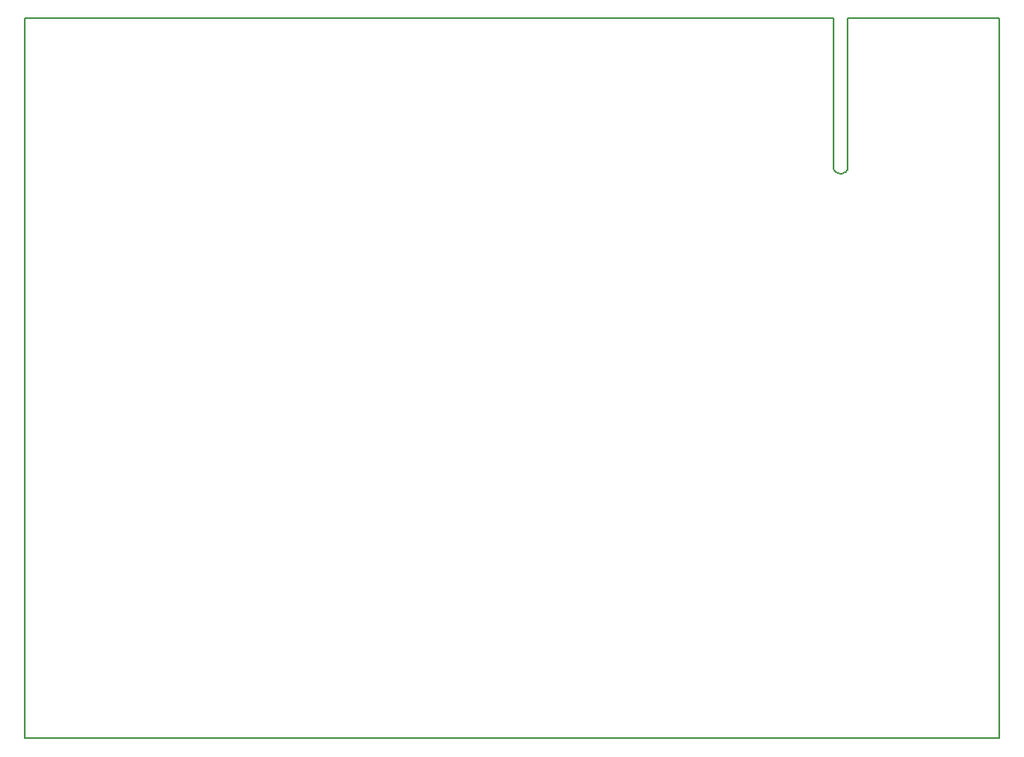
<source format=gbr>
G04 DipTrace 3.3.1.1*
G04 BoardOutline.gbr*
%MOIN*%
G04 #@! TF.FileFunction,Profile*
G04 #@! TF.Part,Single*
%ADD11C,0.005512*%
%FSLAX26Y26*%
G04*
G70*
G90*
G75*
G01*
G04 BoardOutline*
%LPD*%
X393701Y393701D2*
D11*
X4330709D1*
Y3307087D1*
X3720472D1*
Y2706693D1*
G02X3661417Y2706693I-29528J0D01*
G01*
Y3307087D1*
X393701D1*
Y393701D1*
M02*

</source>
